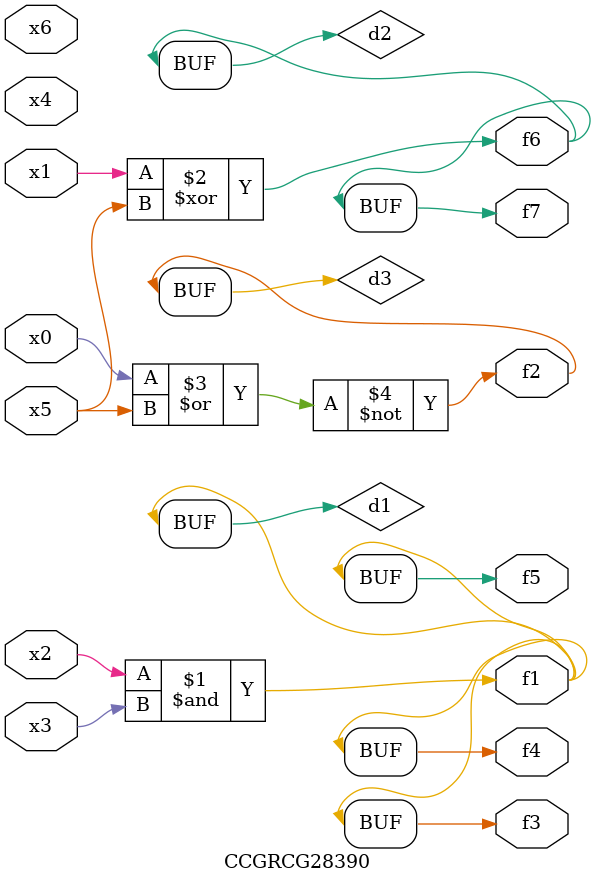
<source format=v>
module CCGRCG28390(
	input x0, x1, x2, x3, x4, x5, x6,
	output f1, f2, f3, f4, f5, f6, f7
);

	wire d1, d2, d3;

	and (d1, x2, x3);
	xor (d2, x1, x5);
	nor (d3, x0, x5);
	assign f1 = d1;
	assign f2 = d3;
	assign f3 = d1;
	assign f4 = d1;
	assign f5 = d1;
	assign f6 = d2;
	assign f7 = d2;
endmodule

</source>
